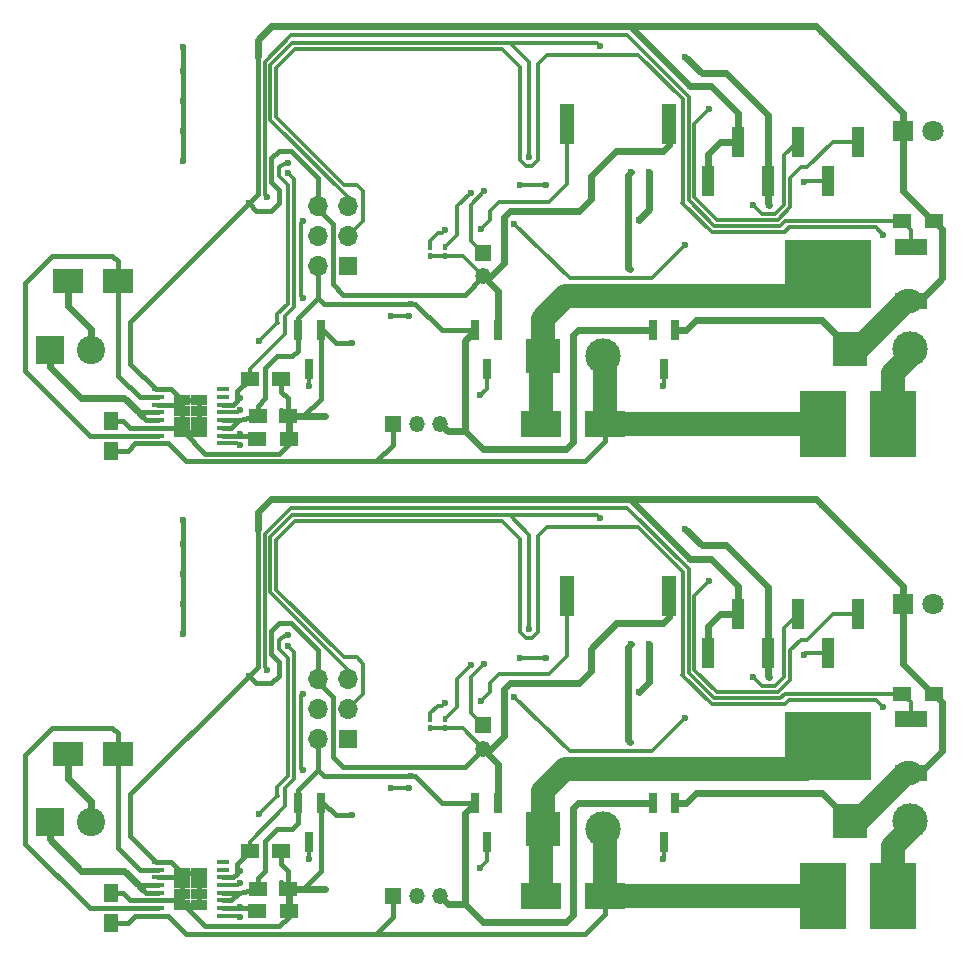
<source format=gbl>
%MOIN*%
%OFA0B0*%
%FSLAX46Y46*%
%IPPOS*%
%LPD*%
%ADD10C,0.0039370078740157488*%
%ADD11R,0.15748031496062992X0.22047244094488189*%
%ADD12R,0.053149606299212608X0.053149606299212608*%
%ADD13O,0.053149606299212608X0.053149606299212608*%
%ADD14R,0.11811023622047245X0.11811023622047245*%
%ADD15C,0.11811023622047245*%
%ADD16R,0.03937007874015748X0.098818897637795278*%
%ADD17R,0.094488188976377951X0.094488188976377951*%
%ADD18C,0.094488188976377951*%
%ADD19R,0.062992125984251982X0.062992125984251982*%
%ADD20O,0.066929133858267723X0.066929133858267723*%
%ADD21R,0.049212598425196853X0.059055118110236227*%
%ADD22R,0.059055118110236227X0.049212598425196853*%
%ADD23R,0.059055118110236227X0.051181102362204731*%
%ADD24R,0.031496062992125991X0.070866141732283464*%
%ADD25R,0.10629921259842522X0.055118110236220472*%
%ADD26R,0.29133858267716539X0.2283464566929134*%
%ADD27R,0.13779527559055119X0.0905511811023622*%
%ADD28R,0.041338582677165357X0.017716535433070866*%
%ADD29R,0.0578740157480315X0.035236220472440946*%
%ADD30R,0.051181102362204731X0.13385826771653545*%
%ADD31R,0.070866141732283464X0.070866141732283464*%
%ADD32C,0.070866141732283464*%
%ADD33R,0.015748031496062995X0.023622047244094488*%
%ADD34R,0.10433070866141733X0.079921259842519687*%
%ADD35C,0.023622047244094488*%
%ADD36C,0.012000000000000002*%
%ADD37C,0.024000000000000004*%
%ADD38C,0.016*%
%ADD39C,0.08*%
%ADD50C,0.0039370078740157488*%
%ADD51R,0.15748031496062992X0.22047244094488189*%
%ADD52R,0.053149606299212608X0.053149606299212608*%
%ADD53O,0.053149606299212608X0.053149606299212608*%
%ADD54R,0.11811023622047245X0.11811023622047245*%
%ADD55C,0.11811023622047245*%
%ADD56R,0.03937007874015748X0.098818897637795278*%
%ADD57R,0.094488188976377951X0.094488188976377951*%
%ADD58C,0.094488188976377951*%
%ADD59R,0.062992125984251982X0.062992125984251982*%
%ADD60O,0.066929133858267723X0.066929133858267723*%
%ADD61R,0.049212598425196853X0.059055118110236227*%
%ADD62R,0.059055118110236227X0.049212598425196853*%
%ADD63R,0.059055118110236227X0.051181102362204731*%
%ADD64R,0.031496062992125991X0.070866141732283464*%
%ADD65R,0.10629921259842522X0.055118110236220472*%
%ADD66R,0.29133858267716539X0.2283464566929134*%
%ADD67R,0.13779527559055119X0.0905511811023622*%
%ADD68R,0.041338582677165357X0.017716535433070866*%
%ADD69R,0.0578740157480315X0.035236220472440946*%
%ADD70R,0.051181102362204731X0.13385826771653545*%
%ADD71R,0.070866141732283464X0.070866141732283464*%
%ADD72C,0.070866141732283464*%
%ADD73R,0.015748031496062995X0.023622047244094488*%
%ADD74R,0.10433070866141733X0.079921259842519687*%
%ADD75C,0.023622047244094488*%
%ADD76C,0.012000000000000002*%
%ADD77C,0.024000000000000004*%
%ADD78C,0.016*%
%ADD79C,0.08*%
%LPD*%
G01*
D10*
D11*
X-0005157401Y0004896259D02*
X0002694488Y0000146259D03*
X0002930708Y0000146259D03*
D12*
X0001262598Y0000146259D03*
D13*
X0001341338Y0000146259D03*
X0001420078Y0000146259D03*
D14*
X0001762598Y0000371259D03*
D15*
X0001962598Y0000371259D03*
D16*
X0002712598Y0000956102D03*
X0002512598Y0000956102D03*
X0002312598Y0000956102D03*
X0002812598Y0001086417D03*
X0002612598Y0001086417D03*
X0002412598Y0001086417D03*
D17*
X0000118110Y0000393700D03*
D18*
X0000255905Y0000393700D03*
D19*
X0001112598Y0000671259D03*
D20*
X0001012598Y0000671259D03*
X0001112598Y0000771259D03*
X0001012598Y0000771259D03*
X0001112598Y0000871259D03*
X0001012598Y0000871259D03*
D12*
X0001562598Y0000716259D03*
D13*
X0001562598Y0000637519D03*
D14*
X0002787598Y0000396259D03*
D15*
X0002987598Y0000396259D03*
D21*
X0000322598Y0000057047D03*
X0000322598Y0000155472D03*
D22*
X0000813385Y0000171259D03*
X0000911810Y0000171259D03*
D23*
X0000915747Y0000096259D03*
X0000809448Y0000096259D03*
X0000890747Y0000296259D03*
X0000784448Y0000296259D03*
X0003065747Y0000821259D03*
X0002959448Y0000821259D03*
D24*
X0000946850Y0000458661D03*
X0001021653Y0000458661D03*
X0000984251Y0000328740D03*
X0001537401Y0000458661D03*
X0001612204Y0000458661D03*
X0001574803Y0000328740D03*
X0002127952Y0000458661D03*
X0002202755Y0000458661D03*
X0002165354Y0000328740D03*
D25*
X0002987795Y0000736023D03*
X0002987795Y0000556495D03*
D26*
X0002712913Y0000646259D03*
D27*
X0001968897Y0000146259D03*
X0001756299Y0000146259D03*
D28*
X0000696850Y0000260826D03*
X0000696850Y0000235236D03*
X0000696850Y0000209645D03*
X0000696850Y0000184055D03*
X0000696850Y0000158464D03*
X0000696850Y0000132873D03*
X0000696850Y0000107283D03*
X0000696850Y0000081692D03*
X0000478346Y0000081692D03*
X0000478346Y0000107283D03*
X0000478346Y0000132873D03*
X0000478346Y0000158464D03*
X0000478346Y0000184055D03*
X0000478346Y0000209645D03*
X0000478346Y0000235236D03*
X0000478346Y0000260826D03*
D29*
X0000558661Y0000118405D03*
X0000558661Y0000153641D03*
X0000558661Y0000188877D03*
X0000558661Y0000224114D03*
X0000616535Y0000118405D03*
X0000616535Y0000153641D03*
X0000616535Y0000188877D03*
X0000616535Y0000224114D03*
D30*
X0001843307Y0001146259D03*
X0002181889Y0001146259D03*
D31*
X0002962598Y0001121259D03*
D32*
X0003062598Y0001121259D03*
D33*
X0001387598Y0000705511D03*
X0001387598Y0000737007D03*
X0001437598Y0000705511D03*
X0001437598Y0000737007D03*
D34*
X0000344881Y0000621259D03*
X0000180314Y0000621259D03*
D35*
X0001952598Y0001406259D03*
X0001717598Y0001036259D03*
X0001037598Y0000171259D03*
X0002692598Y0001451259D03*
X0001127598Y0000416259D03*
X0002252598Y0001271259D03*
X0000782598Y0000881259D03*
X0000812598Y0001371259D03*
X0001557598Y0000796259D03*
X0002237598Y0000741259D03*
X0001667598Y0000811259D03*
X0001567598Y0000921259D03*
X0001772598Y0000941259D03*
X0001687598Y0000941259D03*
X0001257598Y0000506259D03*
X0001317598Y0000506259D03*
X0000842598Y0000901259D03*
X0000912598Y0000981259D03*
X0000752598Y0000231259D03*
X0000752598Y0000076259D03*
X0000817598Y0000421259D03*
X0000912598Y0001016259D03*
X0000752598Y0000111259D03*
X0000752598Y0000191259D03*
X0002897598Y0000776259D03*
X0002162598Y0000271259D03*
X0002237598Y0001370472D03*
X0001322598Y0000546259D03*
X0002517598Y0000876259D03*
X0000562598Y0001401259D03*
X0000562598Y0001321259D03*
X0000562598Y0001221259D03*
X0000562598Y0001121259D03*
X0000562598Y0001021259D03*
X0001552598Y0000241259D03*
X0000962598Y0000566259D03*
X0000962598Y0000821259D03*
X0000982598Y0000271259D03*
X0002462598Y0000876259D03*
X0002632598Y0000951259D03*
X0002117598Y0000986259D03*
X0002082598Y0000826259D03*
X0002317598Y0001196259D03*
X0002057598Y0000986259D03*
X0002052598Y0000661259D03*
X0001437598Y0000791259D03*
X0001522598Y0000916259D03*
D36*
X0001897598Y0001416259D02*
X0001942598Y0001416259D01*
X0001652598Y0001416259D02*
X0001897598Y0001416259D01*
X0001942598Y0001416259D02*
X0001952598Y0001406259D01*
X0001717598Y0001036259D02*
X0001717598Y0001351259D01*
X0001717598Y0001351259D02*
X0001652598Y0001416259D01*
X0001112598Y0000871259D02*
X0001112598Y0000901259D01*
X0001112598Y0000901259D02*
X0000854346Y0001159511D01*
X0000927472Y0001416259D02*
X0001652598Y0001416259D01*
X0000854346Y0001343133D02*
X0000927472Y0001416259D01*
X0000854346Y0001159511D02*
X0000854346Y0001343133D01*
D37*
X0002132598Y0001056259D02*
X0002162598Y0001056259D01*
X0001588858Y0000637519D02*
X0001632598Y0000681259D01*
X0001632598Y0000836259D02*
X0001632598Y0000681259D01*
X0001652598Y0000856259D02*
X0001632598Y0000836259D01*
X0001882598Y0000856259D02*
X0001652598Y0000856259D01*
X0001922598Y0000896259D02*
X0001882598Y0000856259D01*
X0001922598Y0000971259D02*
X0001922598Y0000896259D01*
X0002007598Y0001056259D02*
X0001922598Y0000971259D01*
X0002132598Y0001056259D02*
X0002007598Y0001056259D01*
X0002181889Y0001075551D02*
X0002181889Y0001146259D01*
X0002162598Y0001056259D02*
X0002181889Y0001075551D01*
X0001037598Y0000171259D02*
X0000911810Y0000171259D01*
D36*
X0001437598Y0000705511D02*
X0001494606Y0000705511D01*
X0001494606Y0000705511D02*
X0001562598Y0000637519D01*
X0001387598Y0000705511D02*
X0001437598Y0000705511D01*
D38*
X0000558661Y0000188877D02*
X0000558661Y0000224114D01*
X0000558661Y0000153641D02*
X0000558661Y0000188877D01*
X0000558661Y0000118405D02*
X0000558661Y0000153641D01*
X0000616535Y0000118405D02*
X0000558661Y0000118405D01*
X0000616535Y0000153641D02*
X0000616535Y0000118405D01*
X0000616535Y0000188877D02*
X0000616535Y0000153641D01*
X0000616535Y0000224114D02*
X0000616535Y0000188877D01*
X0000558661Y0000224114D02*
X0000616535Y0000224114D01*
X0001012598Y0000871259D02*
X0001012598Y0000861259D01*
X0001012598Y0000861259D02*
X0001062598Y0000811259D01*
X0001062598Y0000811259D02*
X0001062598Y0000611259D01*
X0001062598Y0000611259D02*
X0001097598Y0000576259D01*
X0001097598Y0000576259D02*
X0001501338Y0000576259D01*
X0001501338Y0000576259D02*
X0001562598Y0000637519D01*
D37*
X0002962598Y0001121259D02*
X0002962598Y0001181259D01*
X0002952598Y0001191259D02*
X0002692598Y0001451259D01*
X0002962598Y0001181259D02*
X0002952598Y0001191259D01*
X0003065747Y0000821259D02*
X0003062598Y0000821259D01*
X0003062598Y0000821259D02*
X0002962598Y0000921259D01*
X0002962598Y0000921259D02*
X0002962598Y0001121259D01*
X0002181889Y0001146259D02*
X0002181889Y0001181968D01*
X0001588858Y0000637519D02*
X0001562598Y0000637519D01*
X0001612204Y0000458661D02*
X0001612204Y0000587913D01*
X0001612204Y0000587913D02*
X0001562598Y0000637519D01*
X0002052598Y0001471259D02*
X0002672598Y0001471259D01*
X0002672598Y0001471259D02*
X0002692598Y0001451259D01*
D38*
X0000387598Y0000346259D02*
X0000387598Y0000486259D01*
X0000473031Y0000260826D02*
X0000387598Y0000346259D01*
X0000387598Y0000486259D02*
X0000782598Y0000881259D01*
X0001021653Y0000458661D02*
X0001030196Y0000458661D01*
X0001030196Y0000458661D02*
X0001072598Y0000416259D01*
X0001072598Y0000416259D02*
X0001127598Y0000416259D01*
X0001021653Y0000458661D02*
X0001021653Y0000230314D01*
X0000962598Y0000171259D02*
X0000911810Y0000171259D01*
X0001021653Y0000230314D02*
X0000962598Y0000171259D01*
X0000890747Y0000296259D02*
X0000890747Y0000253110D01*
X0000911810Y0000232047D02*
X0000911810Y0000171259D01*
X0000890747Y0000253110D02*
X0000911810Y0000232047D01*
X0000890747Y0000192322D02*
X0000911810Y0000171259D01*
X0001012598Y0000871259D02*
X0001012598Y0000966259D01*
X0001012598Y0000966259D02*
X0000922598Y0001056259D01*
X0000922598Y0001056259D02*
X0000881346Y0001056259D01*
X0000881346Y0001056259D02*
X0000856346Y0001031259D01*
X0000856346Y0001031259D02*
X0000856346Y0000952511D01*
X0000856346Y0000952511D02*
X0000882598Y0000926259D01*
X0000882598Y0000926259D02*
X0000882598Y0000881259D01*
X0000882598Y0000881259D02*
X0000857598Y0000856259D01*
X0000857598Y0000856259D02*
X0000807598Y0000856259D01*
X0000807598Y0000856259D02*
X0000782598Y0000881259D01*
D37*
X0002412598Y0001086417D02*
X0002412598Y0001181259D01*
X0002322598Y0001271259D02*
X0002252598Y0001271259D01*
X0002412598Y0001181259D02*
X0002322598Y0001271259D01*
X0002312598Y0000956102D02*
X0002312598Y0001046259D01*
X0002352755Y0001086417D02*
X0002412598Y0001086417D01*
X0002312598Y0001046259D02*
X0002352755Y0001086417D01*
X0000812598Y0001371259D02*
X0000812598Y0001426259D01*
X0000812598Y0001426259D02*
X0000857598Y0001471259D01*
X0000857598Y0001471259D02*
X0002052598Y0001471259D01*
X0002052598Y0001471259D02*
X0002252598Y0001271259D01*
D38*
X0000812598Y0000911259D02*
X0000812598Y0001371259D01*
X0000782598Y0000881259D02*
X0000812598Y0000911259D01*
X0000478346Y0000260826D02*
X0000473031Y0000260826D01*
X0000915747Y0000096259D02*
X0000915747Y0000078283D01*
X0000915747Y0000078283D02*
X0000883724Y0000046259D01*
X0000637598Y0000046259D02*
X0000565452Y0000118405D01*
X0000883724Y0000046259D02*
X0000637598Y0000046259D01*
X0000565452Y0000118405D02*
X0000558661Y0000118405D01*
X0000478346Y0000260826D02*
X0000521948Y0000260826D01*
X0000521948Y0000260826D02*
X0000558661Y0000224114D01*
X0000478346Y0000209645D02*
X0000537893Y0000209645D01*
X0000537893Y0000209645D02*
X0000558661Y0000188877D01*
X0000478346Y0000132873D02*
X0000544192Y0000132873D01*
X0000544192Y0000132873D02*
X0000558661Y0000118405D01*
X0000478346Y0000132873D02*
X0000385984Y0000132873D01*
X0000363385Y0000155472D02*
X0000322598Y0000155472D01*
X0000385984Y0000132873D02*
X0000363385Y0000155472D01*
X0002202755Y0000458661D02*
X0002202755Y0000485228D01*
D37*
X0000886810Y0000292322D02*
X0000890747Y0000296259D01*
X0000915747Y0000096259D02*
X0000915747Y0000167322D01*
X0000915747Y0000167322D02*
X0000911810Y0000171259D01*
X0002202755Y0000458661D02*
X0002239999Y0000458661D01*
X0002692598Y0000491259D02*
X0002787598Y0000396259D01*
X0002272598Y0000491259D02*
X0002692598Y0000491259D01*
X0002239999Y0000458661D02*
X0002272598Y0000491259D01*
X0002987795Y0000556495D02*
X0003017834Y0000556495D01*
X0003017834Y0000556495D02*
X0003092598Y0000631259D01*
X0003092598Y0000794409D02*
X0003065747Y0000821259D01*
X0003092598Y0000631259D02*
X0003092598Y0000794409D01*
D39*
X0002787598Y0000396259D02*
X0002812598Y0000396259D01*
X0002812598Y0000396259D02*
X0002972834Y0000556495D01*
X0002972834Y0000556495D02*
X0002987795Y0000556495D01*
D36*
X0001617598Y0000886259D02*
X0001782598Y0000886259D01*
X0001557598Y0000796259D02*
X0001587598Y0000826259D01*
X0001587598Y0000826259D02*
X0001587598Y0000856259D01*
X0001587598Y0000856259D02*
X0001617598Y0000886259D01*
X0001843307Y0000946968D02*
X0001843307Y0001146259D01*
X0001782598Y0000886259D02*
X0001843307Y0000946968D01*
X0001843307Y0001086968D02*
X0001843307Y0001146259D01*
X0002127598Y0000631259D02*
X0002237598Y0000741259D01*
X0001852598Y0000631259D02*
X0002127598Y0000631259D01*
X0001667598Y0000811259D02*
X0001852598Y0000631259D01*
X0001522598Y0000756259D02*
X0001562598Y0000716259D01*
X0001522598Y0000876259D02*
X0001522598Y0000756259D01*
X0001567598Y0000921259D02*
X0001522598Y0000876259D01*
X0001687598Y0000941259D02*
X0001772598Y0000941259D01*
X0001317598Y0000506259D02*
X0001257598Y0000506259D01*
X0001972598Y0001441259D02*
X0002042598Y0001441259D01*
X0002247724Y0001236133D02*
X0002247724Y0001166133D01*
X0002042598Y0001441259D02*
X0002247724Y0001236133D01*
X0002987795Y0000736023D02*
X0002987795Y0000792913D01*
X0002987795Y0000792913D02*
X0002959448Y0000821259D01*
X0002568810Y0000821259D02*
X0002959448Y0000821259D01*
X0002247724Y0001166133D02*
X0002247724Y0000891133D01*
X0002247724Y0000891133D02*
X0002332598Y0000806259D01*
X0002332598Y0000806259D02*
X0002553810Y0000806259D01*
X0002553810Y0000806259D02*
X0002568810Y0000821259D01*
X0000922598Y0001441259D02*
X0001972598Y0001441259D01*
X0000834472Y0001353133D02*
X0000922598Y0001441259D01*
X0000834472Y0000909385D02*
X0000834472Y0001353133D01*
X0000842598Y0000901259D02*
X0000834472Y0000909385D01*
X0000912598Y0000981259D02*
X0000932598Y0000961259D01*
X0000784448Y0000328110D02*
X0000784448Y0000296259D01*
X0000902598Y0000446259D02*
X0000784448Y0000328110D01*
X0000902598Y0000506259D02*
X0000902598Y0000446259D01*
X0000932598Y0000536259D02*
X0000902598Y0000506259D01*
X0000932598Y0000961259D02*
X0000932598Y0000536259D01*
X0000696850Y0000081692D02*
X0000742165Y0000081692D01*
X0000752598Y0000231259D02*
X0000742598Y0000241259D01*
X0000742165Y0000081692D02*
X0000752598Y0000076259D01*
D38*
X0000696850Y0000209645D02*
X0000730984Y0000209645D01*
X0000742598Y0000254409D02*
X0000784448Y0000296259D01*
X0000742598Y0000221259D02*
X0000742598Y0000241259D01*
X0000742598Y0000241259D02*
X0000742598Y0000254409D01*
X0000730984Y0000209645D02*
X0000742598Y0000221259D01*
D36*
X0000912598Y0001016259D02*
X0000907598Y0001016259D01*
X0000907598Y0001016259D02*
X0000882598Y0001001259D01*
X0000877598Y0000511259D02*
X0000877598Y0000481259D01*
X0000912598Y0000546259D02*
X0000877598Y0000511259D01*
X0000912598Y0000941259D02*
X0000912598Y0000546259D01*
X0000882598Y0000971259D02*
X0000912598Y0000941259D01*
X0000882598Y0001001259D02*
X0000882598Y0000971259D01*
X0000877724Y0000481385D02*
X0000877598Y0000481259D01*
X0000877598Y0000481259D02*
X0000817598Y0000421259D01*
X0000696850Y0000184055D02*
X0000745393Y0000184055D01*
X0000752598Y0000111259D02*
X0000752598Y0000107283D01*
X0000745393Y0000184055D02*
X0000752598Y0000191259D01*
D38*
X0000696850Y0000107283D02*
X0000752598Y0000107283D01*
X0000752598Y0000107283D02*
X0000798425Y0000107283D01*
X0000798425Y0000107283D02*
X0000809448Y0000096259D01*
D36*
X0002227850Y0001227901D02*
X0002227850Y0000883405D01*
X0002872598Y0000801259D02*
X0002897598Y0000776259D01*
X0002582598Y0000801259D02*
X0002872598Y0000801259D01*
X0002567724Y0000786385D02*
X0002582598Y0000801259D01*
X0002324366Y0000786385D02*
X0002567724Y0000786385D01*
X0002227598Y0000883153D02*
X0002324366Y0000786385D01*
X0002002598Y0001376259D02*
X0002079492Y0001376259D01*
X0002079492Y0001376259D02*
X0002227850Y0001227901D01*
X0001747598Y0001346259D02*
X0001747598Y0001026259D01*
X0001777598Y0001376259D02*
X0001747598Y0001346259D01*
X0002002598Y0001376259D02*
X0001777598Y0001376259D01*
X0001687598Y0001046259D02*
X0001687598Y0001336259D01*
X0001687598Y0001046259D02*
X0001687598Y0001026259D01*
X0001687598Y0001026259D02*
X0001707598Y0001006259D01*
X0001707598Y0001006259D02*
X0001727598Y0001006259D01*
X0001727598Y0001006259D02*
X0001747598Y0001026259D01*
X0001687598Y0001336259D02*
X0001627598Y0001396259D01*
X0001162598Y0000821259D02*
X0001112598Y0000771259D01*
X0000937598Y0001396259D02*
X0001627598Y0001396259D01*
X0000874220Y0001332882D02*
X0000937598Y0001396259D01*
X0000874220Y0001167743D02*
X0000874220Y0001332882D01*
X0001099151Y0000942812D02*
X0000874220Y0001167743D01*
X0001141045Y0000942812D02*
X0001099151Y0000942812D01*
X0001162598Y0000921259D02*
X0001141045Y0000942812D01*
X0001162598Y0000881259D02*
X0001162598Y0000921259D01*
X0001162598Y0000821259D02*
X0001162598Y0000881259D01*
X0002227850Y0000883405D02*
X0002227598Y0000883153D01*
X0002165354Y0000274015D02*
X0002165354Y0000328740D01*
X0002165354Y0000274015D02*
X0002162598Y0000271259D01*
D37*
X0001502598Y0000121259D02*
X0001445078Y0000121259D01*
X0001445078Y0000121259D02*
X0001420078Y0000146259D01*
X0002127952Y0000458661D02*
X0001879999Y0000458661D01*
X0001502598Y0000423858D02*
X0001537401Y0000458661D01*
X0001502598Y0000121259D02*
X0001502598Y0000423858D01*
X0001562598Y0000061259D02*
X0001502598Y0000121259D01*
X0001839724Y0000061259D02*
X0001562598Y0000061259D01*
X0001862598Y0000084133D02*
X0001839724Y0000061259D01*
X0001862598Y0000441259D02*
X0001862598Y0000084133D01*
X0001879999Y0000458661D02*
X0001862598Y0000441259D01*
X0002512598Y0000956102D02*
X0002512598Y0001176259D01*
X0002372598Y0001316259D02*
X0002512598Y0001176259D01*
X0002291810Y0001316259D02*
X0002372598Y0001316259D01*
X0002291810Y0001316259D02*
X0002237598Y0001370472D01*
D38*
X0001537401Y0000458661D02*
X0001425196Y0000458661D01*
X0001337598Y0000546259D02*
X0001322598Y0000546259D01*
X0001425196Y0000458661D02*
X0001337598Y0000546259D01*
X0001012598Y0000671259D02*
X0001012598Y0000566259D01*
X0001012598Y0000566259D02*
X0001032598Y0000546259D01*
X0001032598Y0000546259D02*
X0001322598Y0000546259D01*
X0000946850Y0000458661D02*
X0000946850Y0000500511D01*
X0000946850Y0000500511D02*
X0001012598Y0000566259D01*
X0000813385Y0000171259D02*
X0000813385Y0000207047D01*
X0000946850Y0000390511D02*
X0000946850Y0000458661D01*
X0000927598Y0000371259D02*
X0000946850Y0000390511D01*
X0000877598Y0000371259D02*
X0000927598Y0000371259D01*
X0000837598Y0000331259D02*
X0000877598Y0000371259D01*
X0000837598Y0000231259D02*
X0000837598Y0000331259D01*
X0000813385Y0000207047D02*
X0000837598Y0000231259D01*
D37*
X0002512598Y0000881259D02*
X0002512598Y0000956102D01*
X0002517598Y0000876259D02*
X0002512598Y0000881259D01*
D38*
X0000562598Y0001401259D02*
X0000562598Y0001321259D01*
X0000562598Y0001021259D02*
X0000562598Y0001121259D01*
X0000562598Y0001121259D02*
X0000562598Y0001221259D01*
X0000562598Y0001221259D02*
X0000562598Y0001321259D01*
X0001537401Y0000456456D02*
X0001537401Y0000458661D01*
X0000813385Y0000171259D02*
X0000813385Y0000172047D01*
X0000696850Y0000132873D02*
X0000724212Y0000132873D01*
X0000724212Y0000132873D02*
X0000749803Y0000158464D01*
X0000696850Y0000158464D02*
X0000749803Y0000158464D01*
X0000749803Y0000158464D02*
X0000750590Y0000158464D01*
X0000750590Y0000158464D02*
X0000813385Y0000171259D01*
D36*
X0001574803Y0000263464D02*
X0001552598Y0000241259D01*
X0001574803Y0000263464D02*
X0001574803Y0000328740D01*
X0000957598Y0000571259D02*
X0000962598Y0000566259D01*
X0000957598Y0000816259D02*
X0000957598Y0000571259D01*
X0000962598Y0000821259D02*
X0000957598Y0000816259D01*
X0000984251Y0000272913D02*
X0000982598Y0000271259D01*
X0000984251Y0000328740D02*
X0000984251Y0000272913D01*
D37*
X0000414803Y0000184055D02*
X0000427598Y0000171259D01*
X0000118110Y0000393700D02*
X0000118110Y0000335747D01*
X0000367598Y0000231259D02*
X0000414803Y0000184055D01*
X0000222598Y0000231259D02*
X0000367598Y0000231259D01*
X0000118110Y0000335747D02*
X0000222598Y0000231259D01*
D38*
X0000478346Y0000158464D02*
X0000440393Y0000158464D01*
X0000440393Y0000158464D02*
X0000427598Y0000171259D01*
X0000478346Y0000184055D02*
X0000414803Y0000184055D01*
D36*
X0002567598Y0001041417D02*
X0002612598Y0001086417D01*
X0002567598Y0000876259D02*
X0002567598Y0001041417D01*
X0002537598Y0000846259D02*
X0002567598Y0000876259D01*
X0002492598Y0000846259D02*
X0002537598Y0000846259D01*
X0002462598Y0000876259D02*
X0002492598Y0000846259D01*
X0002637440Y0000956102D02*
X0002712598Y0000956102D01*
X0002632598Y0000951259D02*
X0002637440Y0000956102D01*
D37*
X0002117598Y0000861259D02*
X0002117598Y0000986259D01*
X0002082598Y0000826259D02*
X0002117598Y0000861259D01*
D36*
X0002267598Y0001141259D02*
X0002267598Y0001136259D01*
X0002267598Y0001146259D02*
X0002267598Y0001141259D01*
X0002317598Y0001196259D02*
X0002267598Y0001146259D01*
X0002812598Y0001086417D02*
X0002727755Y0001086417D01*
X0002267598Y0000901259D02*
X0002267598Y0001136259D01*
X0002342598Y0000826259D02*
X0002267598Y0000901259D01*
X0002545704Y0000826259D02*
X0002342598Y0000826259D01*
X0002587598Y0000868153D02*
X0002545704Y0000826259D01*
X0002587598Y0000966259D02*
X0002587598Y0000868153D01*
X0002622598Y0001001259D02*
X0002587598Y0000966259D01*
X0002642598Y0001001259D02*
X0002622598Y0001001259D01*
X0002727755Y0001086417D02*
X0002642598Y0001001259D01*
D39*
X0002987598Y0000396259D02*
X0002987598Y0000371259D01*
X0002987598Y0000371259D02*
X0002930708Y0000314369D01*
X0002930708Y0000314369D02*
X0002930708Y0000146259D01*
D38*
X0001262598Y0000146259D02*
X0001262598Y0000076259D01*
X0001262598Y0000076259D02*
X0001207598Y0000021259D01*
D37*
X0002047598Y0000976259D02*
X0002057598Y0000986259D01*
X0002047598Y0000666259D02*
X0002047598Y0000976259D01*
X0002052598Y0000661259D02*
X0002047598Y0000666259D01*
D38*
X0000322598Y0000057047D02*
X0000378385Y0000057047D01*
X0000403031Y0000081692D02*
X0000478346Y0000081692D01*
X0000378385Y0000057047D02*
X0000403031Y0000081692D01*
X0000328385Y0000051259D02*
X0000322598Y0000057047D01*
X0000478346Y0000081692D02*
X0000512165Y0000081692D01*
X0001968897Y0000087558D02*
X0001968897Y0000146259D01*
X0001902598Y0000021259D02*
X0001968897Y0000087558D01*
X0000572598Y0000021259D02*
X0001207598Y0000021259D01*
X0001207598Y0000021259D02*
X0001902598Y0000021259D01*
X0000512165Y0000081692D02*
X0000572598Y0000021259D01*
D39*
X0002691929Y0000146259D02*
X0001968897Y0000146259D01*
X0001968897Y0000146259D02*
X0001968897Y0000364960D01*
X0001968897Y0000364960D02*
X0001962598Y0000371259D01*
D37*
X0000180314Y0000621259D02*
X0000180314Y0000538543D01*
X0000255905Y0000462952D02*
X0000255905Y0000393700D01*
X0000180314Y0000538543D02*
X0000255905Y0000462952D01*
X0000180314Y0000621259D02*
X0000182598Y0000621259D01*
D38*
X0000255905Y0000427952D02*
X0000255905Y0000393700D01*
D39*
X0001762598Y0000371259D02*
X0001762598Y0000496259D01*
X0001762598Y0000496259D02*
X0001837598Y0000571259D01*
X0001756299Y0000364960D02*
X0001762598Y0000371259D01*
X0001837598Y0000571259D02*
X0002637913Y0000571259D01*
X0002637913Y0000571259D02*
X0002712913Y0000646259D01*
X0001756299Y0000146259D02*
X0001756299Y0000364960D01*
D36*
X0001387598Y0000756259D02*
X0001387598Y0000737007D01*
X0001412598Y0000781259D02*
X0001387598Y0000756259D01*
X0001427598Y0000781259D02*
X0001412598Y0000781259D01*
X0001437598Y0000791259D02*
X0001427598Y0000781259D01*
X0001477598Y0000777007D02*
X0001437598Y0000737007D01*
X0001477598Y0000871259D02*
X0001477598Y0000777007D01*
X0001522598Y0000916259D02*
X0001477598Y0000871259D01*
D38*
X0000037598Y0000616259D02*
X0000127598Y0000706259D01*
X0000037598Y0000321259D02*
X0000037598Y0000446259D01*
X0000251574Y0000107283D02*
X0000037598Y0000321259D01*
X0000478346Y0000107283D02*
X0000251574Y0000107283D01*
X0000037598Y0000446259D02*
X0000037598Y0000616259D01*
X0000344881Y0000688976D02*
X0000344881Y0000621259D01*
X0000327598Y0000706259D02*
X0000344881Y0000688976D01*
X0000247598Y0000706259D02*
X0000327598Y0000706259D01*
X0000127598Y0000706259D02*
X0000247598Y0000706259D01*
X0000478346Y0000235236D02*
X0000418621Y0000235236D01*
X0000347598Y0000306259D02*
X0000347598Y0000618543D01*
X0000418621Y0000235236D02*
X0000347598Y0000306259D01*
X0000347598Y0000618543D02*
X0000344881Y0000621259D01*
G04 next file*
%LPD*%
G04 #@! TF.FileFunction,Copper,L2,Bot,Signal*
G04 Gerber Fmt 4.6, Leading zero omitted, Abs format (unit mm)*
G04 Created by KiCad (PCBNEW 4.0.7) date 08/08/19 18:58:54*
G01*
G04 APERTURE LIST*
G04 APERTURE END LIST*
D50*
D51*
X-0005157401Y0006471063D02*
X0002694488Y0001721063D03*
X0002930708Y0001721063D03*
D52*
X0001262598Y0001721063D03*
D53*
X0001341338Y0001721063D03*
X0001420078Y0001721063D03*
D54*
X0001762598Y0001946063D03*
D55*
X0001962598Y0001946063D03*
D56*
X0002712598Y0002530905D03*
X0002512598Y0002530905D03*
X0002312598Y0002530905D03*
X0002812598Y0002661220D03*
X0002612598Y0002661220D03*
X0002412598Y0002661220D03*
D57*
X0000118110Y0001968504D03*
D58*
X0000255905Y0001968504D03*
D59*
X0001112598Y0002246063D03*
D60*
X0001012598Y0002246063D03*
X0001112598Y0002346063D03*
X0001012598Y0002346063D03*
X0001112598Y0002446063D03*
X0001012598Y0002446063D03*
D52*
X0001562598Y0002291063D03*
D53*
X0001562598Y0002212323D03*
D54*
X0002787598Y0001971063D03*
D55*
X0002987598Y0001971063D03*
D61*
X0000322598Y0001631850D03*
X0000322598Y0001730275D03*
D62*
X0000813385Y0001746063D03*
X0000911810Y0001746063D03*
D63*
X0000915747Y0001671063D03*
X0000809448Y0001671063D03*
X0000890747Y0001871063D03*
X0000784448Y0001871063D03*
X0003065747Y0002396063D03*
X0002959448Y0002396063D03*
D64*
X0000946850Y0002033464D03*
X0001021653Y0002033464D03*
X0000984251Y0001903543D03*
X0001537401Y0002033464D03*
X0001612204Y0002033464D03*
X0001574803Y0001903543D03*
X0002127952Y0002033464D03*
X0002202755Y0002033464D03*
X0002165354Y0001903543D03*
D65*
X0002987795Y0002310826D03*
X0002987795Y0002131299D03*
D66*
X0002712913Y0002221063D03*
D67*
X0001968897Y0001721063D03*
X0001756299Y0001721063D03*
D68*
X0000696850Y0001835630D03*
X0000696850Y0001810039D03*
X0000696850Y0001784449D03*
X0000696850Y0001758858D03*
X0000696850Y0001733267D03*
X0000696850Y0001707677D03*
X0000696850Y0001682086D03*
X0000696850Y0001656496D03*
X0000478346Y0001656496D03*
X0000478346Y0001682086D03*
X0000478346Y0001707677D03*
X0000478346Y0001733267D03*
X0000478346Y0001758858D03*
X0000478346Y0001784449D03*
X0000478346Y0001810039D03*
X0000478346Y0001835630D03*
D69*
X0000558661Y0001693208D03*
X0000558661Y0001728445D03*
X0000558661Y0001763681D03*
X0000558661Y0001798917D03*
X0000616535Y0001693208D03*
X0000616535Y0001728445D03*
X0000616535Y0001763681D03*
X0000616535Y0001798917D03*
D70*
X0001843307Y0002721063D03*
X0002181889Y0002721063D03*
D71*
X0002962598Y0002696063D03*
D72*
X0003062598Y0002696063D03*
D73*
X0001387598Y0002280315D03*
X0001387598Y0002311811D03*
X0001437598Y0002280315D03*
X0001437598Y0002311811D03*
D74*
X0000344881Y0002196063D03*
X0000180314Y0002196063D03*
D75*
X0001952598Y0002981063D03*
X0001717598Y0002611063D03*
X0001037598Y0001746063D03*
X0002692598Y0003026063D03*
X0001127598Y0001991063D03*
X0002252598Y0002846063D03*
X0000782598Y0002456063D03*
X0000812598Y0002946063D03*
X0001557598Y0002371063D03*
X0002237598Y0002316063D03*
X0001667598Y0002386063D03*
X0001567598Y0002496063D03*
X0001772598Y0002516063D03*
X0001687598Y0002516063D03*
X0001257598Y0002081063D03*
X0001317598Y0002081063D03*
X0000842598Y0002476063D03*
X0000912598Y0002556063D03*
X0000752598Y0001806063D03*
X0000752598Y0001651063D03*
X0000817598Y0001996063D03*
X0000912598Y0002591063D03*
X0000752598Y0001686063D03*
X0000752598Y0001766063D03*
X0002897598Y0002351063D03*
X0002162598Y0001846063D03*
X0002237598Y0002945275D03*
X0001322598Y0002121063D03*
X0002517598Y0002451063D03*
X0000562598Y0002976063D03*
X0000562598Y0002896063D03*
X0000562598Y0002796063D03*
X0000562598Y0002696063D03*
X0000562598Y0002596063D03*
X0001552598Y0001816063D03*
X0000962598Y0002141063D03*
X0000962598Y0002396063D03*
X0000982598Y0001846063D03*
X0002462598Y0002451063D03*
X0002632598Y0002526063D03*
X0002117598Y0002561063D03*
X0002082598Y0002401063D03*
X0002317598Y0002771063D03*
X0002057598Y0002561063D03*
X0002052598Y0002236063D03*
X0001437598Y0002366063D03*
X0001522598Y0002491063D03*
D76*
X0001897598Y0002991063D02*
X0001942598Y0002991063D01*
X0001652598Y0002991063D02*
X0001897598Y0002991063D01*
X0001942598Y0002991063D02*
X0001952598Y0002981063D01*
X0001717598Y0002611063D02*
X0001717598Y0002926063D01*
X0001717598Y0002926063D02*
X0001652598Y0002991063D01*
X0001112598Y0002446063D02*
X0001112598Y0002476063D01*
X0001112598Y0002476063D02*
X0000854346Y0002734315D01*
X0000927472Y0002991063D02*
X0001652598Y0002991063D01*
X0000854346Y0002917937D02*
X0000927472Y0002991063D01*
X0000854346Y0002734315D02*
X0000854346Y0002917937D01*
D77*
X0002132598Y0002631063D02*
X0002162598Y0002631063D01*
X0001588858Y0002212323D02*
X0001632598Y0002256063D01*
X0001632598Y0002411063D02*
X0001632598Y0002256063D01*
X0001652598Y0002431063D02*
X0001632598Y0002411063D01*
X0001882598Y0002431063D02*
X0001652598Y0002431063D01*
X0001922598Y0002471063D02*
X0001882598Y0002431063D01*
X0001922598Y0002546063D02*
X0001922598Y0002471063D01*
X0002007598Y0002631063D02*
X0001922598Y0002546063D01*
X0002132598Y0002631063D02*
X0002007598Y0002631063D01*
X0002181889Y0002650354D02*
X0002181889Y0002721063D01*
X0002162598Y0002631063D02*
X0002181889Y0002650354D01*
X0001037598Y0001746063D02*
X0000911810Y0001746063D01*
D76*
X0001437598Y0002280315D02*
X0001494606Y0002280315D01*
X0001494606Y0002280315D02*
X0001562598Y0002212323D01*
X0001387598Y0002280315D02*
X0001437598Y0002280315D01*
D78*
X0000558661Y0001763681D02*
X0000558661Y0001798917D01*
X0000558661Y0001728445D02*
X0000558661Y0001763681D01*
X0000558661Y0001693208D02*
X0000558661Y0001728445D01*
X0000616535Y0001693208D02*
X0000558661Y0001693208D01*
X0000616535Y0001728445D02*
X0000616535Y0001693208D01*
X0000616535Y0001763681D02*
X0000616535Y0001728445D01*
X0000616535Y0001798917D02*
X0000616535Y0001763681D01*
X0000558661Y0001798917D02*
X0000616535Y0001798917D01*
X0001012598Y0002446063D02*
X0001012598Y0002436063D01*
X0001012598Y0002436063D02*
X0001062598Y0002386063D01*
X0001062598Y0002386063D02*
X0001062598Y0002186063D01*
X0001062598Y0002186063D02*
X0001097598Y0002151063D01*
X0001097598Y0002151063D02*
X0001501338Y0002151063D01*
X0001501338Y0002151063D02*
X0001562598Y0002212323D01*
D77*
X0002962598Y0002696063D02*
X0002962598Y0002756063D01*
X0002952598Y0002766063D02*
X0002692598Y0003026063D01*
X0002962598Y0002756063D02*
X0002952598Y0002766063D01*
X0003065747Y0002396063D02*
X0003062598Y0002396063D01*
X0003062598Y0002396063D02*
X0002962598Y0002496063D01*
X0002962598Y0002496063D02*
X0002962598Y0002696063D01*
X0002181889Y0002721063D02*
X0002181889Y0002756771D01*
X0001588858Y0002212323D02*
X0001562598Y0002212323D01*
X0001612204Y0002033464D02*
X0001612204Y0002162716D01*
X0001612204Y0002162716D02*
X0001562598Y0002212323D01*
X0002052598Y0003046063D02*
X0002672598Y0003046063D01*
X0002672598Y0003046063D02*
X0002692598Y0003026063D01*
D78*
X0000387598Y0001921063D02*
X0000387598Y0002061063D01*
X0000473031Y0001835630D02*
X0000387598Y0001921063D01*
X0000387598Y0002061063D02*
X0000782598Y0002456063D01*
X0001021653Y0002033464D02*
X0001030196Y0002033464D01*
X0001030196Y0002033464D02*
X0001072598Y0001991063D01*
X0001072598Y0001991063D02*
X0001127598Y0001991063D01*
X0001021653Y0002033464D02*
X0001021653Y0001805118D01*
X0000962598Y0001746063D02*
X0000911810Y0001746063D01*
X0001021653Y0001805118D02*
X0000962598Y0001746063D01*
X0000890747Y0001871063D02*
X0000890747Y0001827913D01*
X0000911810Y0001806850D02*
X0000911810Y0001746063D01*
X0000890747Y0001827913D02*
X0000911810Y0001806850D01*
X0000890747Y0001767126D02*
X0000911810Y0001746063D01*
X0001012598Y0002446063D02*
X0001012598Y0002541063D01*
X0001012598Y0002541063D02*
X0000922598Y0002631063D01*
X0000922598Y0002631063D02*
X0000881346Y0002631063D01*
X0000881346Y0002631063D02*
X0000856346Y0002606063D01*
X0000856346Y0002606063D02*
X0000856346Y0002527314D01*
X0000856346Y0002527314D02*
X0000882598Y0002501063D01*
X0000882598Y0002501063D02*
X0000882598Y0002456063D01*
X0000882598Y0002456063D02*
X0000857598Y0002431063D01*
X0000857598Y0002431063D02*
X0000807598Y0002431063D01*
X0000807598Y0002431063D02*
X0000782598Y0002456063D01*
D77*
X0002412598Y0002661220D02*
X0002412598Y0002756063D01*
X0002322598Y0002846063D02*
X0002252598Y0002846063D01*
X0002412598Y0002756063D02*
X0002322598Y0002846063D01*
X0002312598Y0002530905D02*
X0002312598Y0002621063D01*
X0002352755Y0002661220D02*
X0002412598Y0002661220D01*
X0002312598Y0002621063D02*
X0002352755Y0002661220D01*
X0000812598Y0002946063D02*
X0000812598Y0003001063D01*
X0000812598Y0003001063D02*
X0000857598Y0003046063D01*
X0000857598Y0003046063D02*
X0002052598Y0003046063D01*
X0002052598Y0003046063D02*
X0002252598Y0002846063D01*
D78*
X0000812598Y0002486063D02*
X0000812598Y0002946063D01*
X0000782598Y0002456063D02*
X0000812598Y0002486063D01*
X0000478346Y0001835630D02*
X0000473031Y0001835630D01*
X0000915747Y0001671063D02*
X0000915747Y0001653086D01*
X0000915747Y0001653086D02*
X0000883724Y0001621063D01*
X0000637598Y0001621063D02*
X0000565452Y0001693208D01*
X0000883724Y0001621063D02*
X0000637598Y0001621063D01*
X0000565452Y0001693208D02*
X0000558661Y0001693208D01*
X0000478346Y0001835630D02*
X0000521948Y0001835630D01*
X0000521948Y0001835630D02*
X0000558661Y0001798917D01*
X0000478346Y0001784449D02*
X0000537893Y0001784449D01*
X0000537893Y0001784449D02*
X0000558661Y0001763681D01*
X0000478346Y0001707677D02*
X0000544192Y0001707677D01*
X0000544192Y0001707677D02*
X0000558661Y0001693208D01*
X0000478346Y0001707677D02*
X0000385984Y0001707677D01*
X0000363385Y0001730275D02*
X0000322598Y0001730275D01*
X0000385984Y0001707677D02*
X0000363385Y0001730275D01*
X0002202755Y0002033464D02*
X0002202755Y0002060031D01*
D77*
X0000886810Y0001867126D02*
X0000890747Y0001871063D01*
X0000915747Y0001671063D02*
X0000915747Y0001742126D01*
X0000915747Y0001742126D02*
X0000911810Y0001746063D01*
X0002202755Y0002033464D02*
X0002239999Y0002033464D01*
X0002692598Y0002066063D02*
X0002787598Y0001971063D01*
X0002272598Y0002066063D02*
X0002692598Y0002066063D01*
X0002239999Y0002033464D02*
X0002272598Y0002066063D01*
X0002987795Y0002131299D02*
X0003017834Y0002131299D01*
X0003017834Y0002131299D02*
X0003092598Y0002206063D01*
X0003092598Y0002369212D02*
X0003065747Y0002396063D01*
X0003092598Y0002206063D02*
X0003092598Y0002369212D01*
D79*
X0002787598Y0001971063D02*
X0002812598Y0001971063D01*
X0002812598Y0001971063D02*
X0002972834Y0002131299D01*
X0002972834Y0002131299D02*
X0002987795Y0002131299D01*
D76*
X0001617598Y0002461063D02*
X0001782598Y0002461063D01*
X0001557598Y0002371063D02*
X0001587598Y0002401063D01*
X0001587598Y0002401063D02*
X0001587598Y0002431063D01*
X0001587598Y0002431063D02*
X0001617598Y0002461063D01*
X0001843307Y0002521771D02*
X0001843307Y0002721063D01*
X0001782598Y0002461063D02*
X0001843307Y0002521771D01*
X0001843307Y0002661771D02*
X0001843307Y0002721063D01*
X0002127598Y0002206063D02*
X0002237598Y0002316063D01*
X0001852598Y0002206063D02*
X0002127598Y0002206063D01*
X0001667598Y0002386063D02*
X0001852598Y0002206063D01*
X0001522598Y0002331063D02*
X0001562598Y0002291063D01*
X0001522598Y0002451063D02*
X0001522598Y0002331063D01*
X0001567598Y0002496063D02*
X0001522598Y0002451063D01*
X0001687598Y0002516063D02*
X0001772598Y0002516063D01*
X0001317598Y0002081063D02*
X0001257598Y0002081063D01*
X0001972598Y0003016063D02*
X0002042598Y0003016063D01*
X0002247724Y0002810937D02*
X0002247724Y0002740937D01*
X0002042598Y0003016063D02*
X0002247724Y0002810937D01*
X0002987795Y0002310826D02*
X0002987795Y0002367716D01*
X0002987795Y0002367716D02*
X0002959448Y0002396063D01*
X0002568810Y0002396063D02*
X0002959448Y0002396063D01*
X0002247724Y0002740937D02*
X0002247724Y0002465937D01*
X0002247724Y0002465937D02*
X0002332598Y0002381063D01*
X0002332598Y0002381063D02*
X0002553810Y0002381063D01*
X0002553810Y0002381063D02*
X0002568810Y0002396063D01*
X0000922598Y0003016063D02*
X0001972598Y0003016063D01*
X0000834472Y0002927937D02*
X0000922598Y0003016063D01*
X0000834472Y0002484189D02*
X0000834472Y0002927937D01*
X0000842598Y0002476063D02*
X0000834472Y0002484189D01*
X0000912598Y0002556063D02*
X0000932598Y0002536063D01*
X0000784448Y0001902913D02*
X0000784448Y0001871063D01*
X0000902598Y0002021063D02*
X0000784448Y0001902913D01*
X0000902598Y0002081063D02*
X0000902598Y0002021063D01*
X0000932598Y0002111063D02*
X0000902598Y0002081063D01*
X0000932598Y0002536063D02*
X0000932598Y0002111063D01*
X0000696850Y0001656496D02*
X0000742165Y0001656496D01*
X0000752598Y0001806063D02*
X0000742598Y0001816063D01*
X0000742165Y0001656496D02*
X0000752598Y0001651063D01*
D78*
X0000696850Y0001784449D02*
X0000730984Y0001784449D01*
X0000742598Y0001829212D02*
X0000784448Y0001871063D01*
X0000742598Y0001796063D02*
X0000742598Y0001816063D01*
X0000742598Y0001816063D02*
X0000742598Y0001829212D01*
X0000730984Y0001784449D02*
X0000742598Y0001796063D01*
D76*
X0000912598Y0002591063D02*
X0000907598Y0002591063D01*
X0000907598Y0002591063D02*
X0000882598Y0002576063D01*
X0000877598Y0002086063D02*
X0000877598Y0002056063D01*
X0000912598Y0002121063D02*
X0000877598Y0002086063D01*
X0000912598Y0002516063D02*
X0000912598Y0002121063D01*
X0000882598Y0002546063D02*
X0000912598Y0002516063D01*
X0000882598Y0002576063D02*
X0000882598Y0002546063D01*
X0000877724Y0002056189D02*
X0000877598Y0002056063D01*
X0000877598Y0002056063D02*
X0000817598Y0001996063D01*
X0000696850Y0001758858D02*
X0000745393Y0001758858D01*
X0000752598Y0001686063D02*
X0000752598Y0001682086D01*
X0000745393Y0001758858D02*
X0000752598Y0001766063D01*
D78*
X0000696850Y0001682086D02*
X0000752598Y0001682086D01*
X0000752598Y0001682086D02*
X0000798425Y0001682086D01*
X0000798425Y0001682086D02*
X0000809448Y0001671063D01*
D76*
X0002227850Y0002802705D02*
X0002227850Y0002458208D01*
X0002872598Y0002376063D02*
X0002897598Y0002351063D01*
X0002582598Y0002376063D02*
X0002872598Y0002376063D01*
X0002567724Y0002361189D02*
X0002582598Y0002376063D01*
X0002324366Y0002361189D02*
X0002567724Y0002361189D01*
X0002227598Y0002457956D02*
X0002324366Y0002361189D01*
X0002002598Y0002951063D02*
X0002079492Y0002951063D01*
X0002079492Y0002951063D02*
X0002227850Y0002802705D01*
X0001747598Y0002921063D02*
X0001747598Y0002601063D01*
X0001777598Y0002951063D02*
X0001747598Y0002921063D01*
X0002002598Y0002951063D02*
X0001777598Y0002951063D01*
X0001687598Y0002621063D02*
X0001687598Y0002911063D01*
X0001687598Y0002621063D02*
X0001687598Y0002601063D01*
X0001687598Y0002601063D02*
X0001707598Y0002581063D01*
X0001707598Y0002581063D02*
X0001727598Y0002581063D01*
X0001727598Y0002581063D02*
X0001747598Y0002601063D01*
X0001687598Y0002911063D02*
X0001627598Y0002971063D01*
X0001162598Y0002396063D02*
X0001112598Y0002346063D01*
X0000937598Y0002971063D02*
X0001627598Y0002971063D01*
X0000874220Y0002907685D02*
X0000937598Y0002971063D01*
X0000874220Y0002742547D02*
X0000874220Y0002907685D01*
X0001099151Y0002517616D02*
X0000874220Y0002742547D01*
X0001141045Y0002517616D02*
X0001099151Y0002517616D01*
X0001162598Y0002496063D02*
X0001141045Y0002517616D01*
X0001162598Y0002456063D02*
X0001162598Y0002496063D01*
X0001162598Y0002396063D02*
X0001162598Y0002456063D01*
X0002227850Y0002458208D02*
X0002227598Y0002457956D01*
X0002165354Y0001848819D02*
X0002165354Y0001903543D01*
X0002165354Y0001848819D02*
X0002162598Y0001846063D01*
D77*
X0001502598Y0001696063D02*
X0001445078Y0001696063D01*
X0001445078Y0001696063D02*
X0001420078Y0001721063D01*
X0002127952Y0002033464D02*
X0001879999Y0002033464D01*
X0001502598Y0001998661D02*
X0001537401Y0002033464D01*
X0001502598Y0001696063D02*
X0001502598Y0001998661D01*
X0001562598Y0001636063D02*
X0001502598Y0001696063D01*
X0001839724Y0001636063D02*
X0001562598Y0001636063D01*
X0001862598Y0001658937D02*
X0001839724Y0001636063D01*
X0001862598Y0002016063D02*
X0001862598Y0001658937D01*
X0001879999Y0002033464D02*
X0001862598Y0002016063D01*
X0002512598Y0002530905D02*
X0002512598Y0002751063D01*
X0002372598Y0002891063D02*
X0002512598Y0002751063D01*
X0002291810Y0002891063D02*
X0002372598Y0002891063D01*
X0002291810Y0002891063D02*
X0002237598Y0002945275D01*
D78*
X0001537401Y0002033464D02*
X0001425196Y0002033464D01*
X0001337598Y0002121063D02*
X0001322598Y0002121063D01*
X0001425196Y0002033464D02*
X0001337598Y0002121063D01*
X0001012598Y0002246063D02*
X0001012598Y0002141063D01*
X0001012598Y0002141063D02*
X0001032598Y0002121063D01*
X0001032598Y0002121063D02*
X0001322598Y0002121063D01*
X0000946850Y0002033464D02*
X0000946850Y0002075315D01*
X0000946850Y0002075315D02*
X0001012598Y0002141063D01*
X0000813385Y0001746063D02*
X0000813385Y0001781850D01*
X0000946850Y0001965315D02*
X0000946850Y0002033464D01*
X0000927598Y0001946063D02*
X0000946850Y0001965315D01*
X0000877598Y0001946063D02*
X0000927598Y0001946063D01*
X0000837598Y0001906063D02*
X0000877598Y0001946063D01*
X0000837598Y0001806063D02*
X0000837598Y0001906063D01*
X0000813385Y0001781850D02*
X0000837598Y0001806063D01*
D77*
X0002512598Y0002456063D02*
X0002512598Y0002530905D01*
X0002517598Y0002451063D02*
X0002512598Y0002456063D01*
D78*
X0000562598Y0002976063D02*
X0000562598Y0002896063D01*
X0000562598Y0002596063D02*
X0000562598Y0002696063D01*
X0000562598Y0002696063D02*
X0000562598Y0002796063D01*
X0000562598Y0002796063D02*
X0000562598Y0002896063D01*
X0001537401Y0002031260D02*
X0001537401Y0002033464D01*
X0000813385Y0001746063D02*
X0000813385Y0001746850D01*
X0000696850Y0001707677D02*
X0000724212Y0001707677D01*
X0000724212Y0001707677D02*
X0000749803Y0001733267D01*
X0000696850Y0001733267D02*
X0000749803Y0001733267D01*
X0000749803Y0001733267D02*
X0000750590Y0001733267D01*
X0000750590Y0001733267D02*
X0000813385Y0001746063D01*
D76*
X0001574803Y0001838267D02*
X0001552598Y0001816063D01*
X0001574803Y0001838267D02*
X0001574803Y0001903543D01*
X0000957598Y0002146063D02*
X0000962598Y0002141063D01*
X0000957598Y0002391063D02*
X0000957598Y0002146063D01*
X0000962598Y0002396063D02*
X0000957598Y0002391063D01*
X0000984251Y0001847716D02*
X0000982598Y0001846063D01*
X0000984251Y0001903543D02*
X0000984251Y0001847716D01*
D77*
X0000414803Y0001758858D02*
X0000427598Y0001746063D01*
X0000118110Y0001968504D02*
X0000118110Y0001910551D01*
X0000367598Y0001806063D02*
X0000414803Y0001758858D01*
X0000222598Y0001806063D02*
X0000367598Y0001806063D01*
X0000118110Y0001910551D02*
X0000222598Y0001806063D01*
D78*
X0000478346Y0001733267D02*
X0000440393Y0001733267D01*
X0000440393Y0001733267D02*
X0000427598Y0001746063D01*
X0000478346Y0001758858D02*
X0000414803Y0001758858D01*
D76*
X0002567598Y0002616220D02*
X0002612598Y0002661220D01*
X0002567598Y0002451063D02*
X0002567598Y0002616220D01*
X0002537598Y0002421063D02*
X0002567598Y0002451063D01*
X0002492598Y0002421063D02*
X0002537598Y0002421063D01*
X0002462598Y0002451063D02*
X0002492598Y0002421063D01*
X0002637440Y0002530905D02*
X0002712598Y0002530905D01*
X0002632598Y0002526063D02*
X0002637440Y0002530905D01*
D77*
X0002117598Y0002436063D02*
X0002117598Y0002561063D01*
X0002082598Y0002401063D02*
X0002117598Y0002436063D01*
D76*
X0002267598Y0002716063D02*
X0002267598Y0002711063D01*
X0002267598Y0002721063D02*
X0002267598Y0002716063D01*
X0002317598Y0002771063D02*
X0002267598Y0002721063D01*
X0002812598Y0002661220D02*
X0002727755Y0002661220D01*
X0002267598Y0002476063D02*
X0002267598Y0002711063D01*
X0002342598Y0002401063D02*
X0002267598Y0002476063D01*
X0002545704Y0002401063D02*
X0002342598Y0002401063D01*
X0002587598Y0002442956D02*
X0002545704Y0002401063D01*
X0002587598Y0002541063D02*
X0002587598Y0002442956D01*
X0002622598Y0002576063D02*
X0002587598Y0002541063D01*
X0002642598Y0002576063D02*
X0002622598Y0002576063D01*
X0002727755Y0002661220D02*
X0002642598Y0002576063D01*
D79*
X0002987598Y0001971063D02*
X0002987598Y0001946063D01*
X0002987598Y0001946063D02*
X0002930708Y0001889173D01*
X0002930708Y0001889173D02*
X0002930708Y0001721063D01*
D78*
X0001262598Y0001721063D02*
X0001262598Y0001651063D01*
X0001262598Y0001651063D02*
X0001207598Y0001596063D01*
D77*
X0002047598Y0002551063D02*
X0002057598Y0002561063D01*
X0002047598Y0002241063D02*
X0002047598Y0002551063D01*
X0002052598Y0002236063D02*
X0002047598Y0002241063D01*
D78*
X0000322598Y0001631850D02*
X0000378385Y0001631850D01*
X0000403031Y0001656496D02*
X0000478346Y0001656496D01*
X0000378385Y0001631850D02*
X0000403031Y0001656496D01*
X0000328385Y0001626063D02*
X0000322598Y0001631850D01*
X0000478346Y0001656496D02*
X0000512165Y0001656496D01*
X0001968897Y0001662362D02*
X0001968897Y0001721063D01*
X0001902598Y0001596063D02*
X0001968897Y0001662362D01*
X0000572598Y0001596063D02*
X0001207598Y0001596063D01*
X0001207598Y0001596063D02*
X0001902598Y0001596063D01*
X0000512165Y0001656496D02*
X0000572598Y0001596063D01*
D79*
X0002691929Y0001721063D02*
X0001968897Y0001721063D01*
X0001968897Y0001721063D02*
X0001968897Y0001939763D01*
X0001968897Y0001939763D02*
X0001962598Y0001946063D01*
D77*
X0000180314Y0002196063D02*
X0000180314Y0002113346D01*
X0000255905Y0002037756D02*
X0000255905Y0001968504D01*
X0000180314Y0002113346D02*
X0000255905Y0002037756D01*
X0000180314Y0002196063D02*
X0000182598Y0002196063D01*
D78*
X0000255905Y0002002756D02*
X0000255905Y0001968504D01*
D79*
X0001762598Y0001946063D02*
X0001762598Y0002071063D01*
X0001762598Y0002071063D02*
X0001837598Y0002146063D01*
X0001756299Y0001939763D02*
X0001762598Y0001946063D01*
X0001837598Y0002146063D02*
X0002637913Y0002146063D01*
X0002637913Y0002146063D02*
X0002712913Y0002221063D01*
X0001756299Y0001721063D02*
X0001756299Y0001939763D01*
D76*
X0001387598Y0002331063D02*
X0001387598Y0002311811D01*
X0001412598Y0002356063D02*
X0001387598Y0002331063D01*
X0001427598Y0002356063D02*
X0001412598Y0002356063D01*
X0001437598Y0002366063D02*
X0001427598Y0002356063D01*
X0001477598Y0002351811D02*
X0001437598Y0002311811D01*
X0001477598Y0002446063D02*
X0001477598Y0002351811D01*
X0001522598Y0002491063D02*
X0001477598Y0002446063D01*
D78*
X0000037598Y0002191063D02*
X0000127598Y0002281063D01*
X0000037598Y0001896063D02*
X0000037598Y0002021063D01*
X0000251574Y0001682086D02*
X0000037598Y0001896063D01*
X0000478346Y0001682086D02*
X0000251574Y0001682086D01*
X0000037598Y0002021063D02*
X0000037598Y0002191063D01*
X0000344881Y0002263779D02*
X0000344881Y0002196063D01*
X0000327598Y0002281063D02*
X0000344881Y0002263779D01*
X0000247598Y0002281063D02*
X0000327598Y0002281063D01*
X0000127598Y0002281063D02*
X0000247598Y0002281063D01*
X0000478346Y0001810039D02*
X0000418621Y0001810039D01*
X0000347598Y0001881063D02*
X0000347598Y0002193346D01*
X0000418621Y0001810039D02*
X0000347598Y0001881063D01*
X0000347598Y0002193346D02*
X0000344881Y0002196063D01*
M02*
</source>
